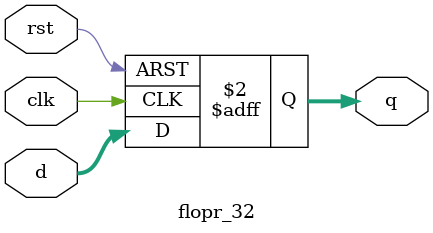
<source format=v>
module flopr_32 (d, q, rst, clk);
  
  input [31:0] d;
  input rst;
  input clk;
  output reg [31:0] q;
  
  always @(posedge clk or posedge rst)
  begin
    if (rst)
      q <= 32'h0000_0000;
    else
      q <= d;
  end
  
endmodule
</source>
